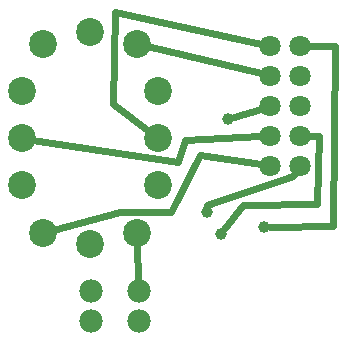
<source format=gtl>
G04 MADE WITH FRITZING*
G04 WWW.FRITZING.ORG*
G04 DOUBLE SIDED*
G04 HOLES PLATED*
G04 CONTOUR ON CENTER OF CONTOUR VECTOR*
%ASAXBY*%
%FSLAX23Y23*%
%MOIN*%
%OFA0B0*%
%SFA1.0B1.0*%
%ADD10C,0.039370*%
%ADD11C,0.070889*%
%ADD12C,0.057000*%
%ADD13C,0.093195*%
%ADD14C,0.078000*%
%ADD15C,0.024000*%
%LNCOPPER1*%
G90*
G70*
G54D10*
X832Y737D03*
X760Y425D03*
X808Y353D03*
X952Y377D03*
G54D11*
X972Y580D03*
X1072Y580D03*
X972Y680D03*
X1072Y680D03*
X972Y780D03*
X1072Y780D03*
X972Y880D03*
X1072Y880D03*
X972Y980D03*
X1072Y980D03*
G54D12*
X972Y580D03*
X1072Y580D03*
X972Y680D03*
X1072Y680D03*
X972Y780D03*
X1072Y780D03*
X972Y880D03*
X1072Y880D03*
X972Y980D03*
X1072Y980D03*
G54D13*
X529Y357D03*
X598Y515D03*
X214Y357D03*
X145Y515D03*
X145Y672D03*
X145Y830D03*
X214Y987D03*
X371Y1027D03*
X529Y987D03*
X598Y830D03*
X598Y672D03*
X371Y318D03*
X529Y357D03*
X598Y515D03*
X214Y357D03*
X145Y515D03*
X145Y672D03*
X145Y830D03*
X214Y987D03*
X371Y1027D03*
X529Y987D03*
X598Y830D03*
X598Y672D03*
X371Y318D03*
G54D14*
X533Y64D03*
X533Y164D03*
X533Y64D03*
X533Y164D03*
X375Y62D03*
X375Y162D03*
X375Y62D03*
X375Y162D03*
G54D15*
X529Y324D02*
X532Y194D01*
D02*
X664Y593D02*
X178Y667D01*
D02*
X688Y665D02*
X664Y593D01*
D02*
X939Y678D02*
X688Y665D01*
D02*
X571Y692D02*
X448Y785D01*
D02*
X940Y888D02*
X561Y979D01*
D02*
X453Y1093D02*
X940Y987D01*
D02*
X448Y785D02*
X453Y1093D01*
D02*
X246Y366D02*
X472Y425D01*
D02*
X640Y425D02*
X736Y617D01*
D02*
X472Y425D02*
X640Y425D01*
D02*
X736Y617D02*
X940Y585D01*
D02*
X941Y770D02*
X850Y743D01*
D02*
X1048Y545D02*
X760Y449D01*
D02*
X1053Y553D02*
X1048Y545D01*
D02*
X1134Y679D02*
X1127Y452D01*
D02*
X1105Y680D02*
X1134Y679D01*
D02*
X760Y449D02*
X760Y444D01*
D02*
X1187Y979D02*
X1181Y378D01*
D02*
X1105Y980D02*
X1187Y979D01*
D02*
X880Y449D02*
X819Y368D01*
D02*
X1127Y452D02*
X880Y449D01*
D02*
X1181Y378D02*
X971Y377D01*
G04 End of Copper1*
M02*
</source>
